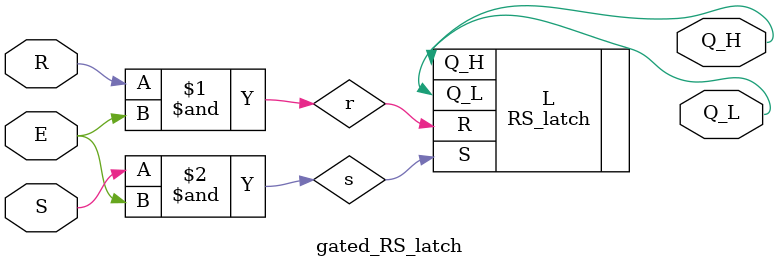
<source format=v>
`timescale 1ns / 1ps
module gated_RS_latch(
    input R,
    input S,
    input E,
    output Q_H,
    output Q_L
    );
	 
	 wire r;
	 wire s;
	 and(r, R, E);
	 and(s, S, E);
	 RS_latch L(.R(r), .S(s), .Q_H(Q_H), .Q_L(Q_L));

endmodule

</source>
